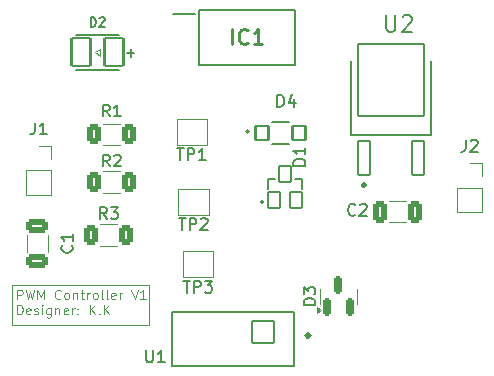
<source format=gbr>
%TF.GenerationSoftware,KiCad,Pcbnew,8.0.1*%
%TF.CreationDate,2024-11-30T19:39:18+00:00*%
%TF.ProjectId,Heating Element,48656174-696e-4672-9045-6c656d656e74,1*%
%TF.SameCoordinates,Original*%
%TF.FileFunction,Legend,Top*%
%TF.FilePolarity,Positive*%
%FSLAX46Y46*%
G04 Gerber Fmt 4.6, Leading zero omitted, Abs format (unit mm)*
G04 Created by KiCad (PCBNEW 8.0.1) date 2024-11-30 19:39:18*
%MOMM*%
%LPD*%
G01*
G04 APERTURE LIST*
G04 Aperture macros list*
%AMRoundRect*
0 Rectangle with rounded corners*
0 $1 Rounding radius*
0 $2 $3 $4 $5 $6 $7 $8 $9 X,Y pos of 4 corners*
0 Add a 4 corners polygon primitive as box body*
4,1,4,$2,$3,$4,$5,$6,$7,$8,$9,$2,$3,0*
0 Add four circle primitives for the rounded corners*
1,1,$1+$1,$2,$3*
1,1,$1+$1,$4,$5*
1,1,$1+$1,$6,$7*
1,1,$1+$1,$8,$9*
0 Add four rect primitives between the rounded corners*
20,1,$1+$1,$2,$3,$4,$5,0*
20,1,$1+$1,$4,$5,$6,$7,0*
20,1,$1+$1,$6,$7,$8,$9,0*
20,1,$1+$1,$8,$9,$2,$3,0*%
G04 Aperture macros list end*
%ADD10C,0.100000*%
%ADD11C,0.150000*%
%ADD12C,0.254000*%
%ADD13C,0.120000*%
%ADD14C,0.200000*%
%ADD15C,0.152400*%
%ADD16C,0.127000*%
%ADD17C,0.300000*%
%ADD18C,3.800000*%
%ADD19C,1.800000*%
%ADD20R,1.350000X1.350000*%
%ADD21O,1.350000X1.350000*%
%ADD22RoundRect,0.250000X0.650000X-0.325000X0.650000X0.325000X-0.650000X0.325000X-0.650000X-0.325000X0*%
%ADD23RoundRect,0.102000X-0.800000X-1.200000X0.800000X-1.200000X0.800000X1.200000X-0.800000X1.200000X0*%
%ADD24RoundRect,0.250000X-0.312500X-0.625000X0.312500X-0.625000X0.312500X0.625000X-0.312500X0.625000X0*%
%ADD25RoundRect,0.102000X0.500000X-0.700000X0.500000X0.700000X-0.500000X0.700000X-0.500000X-0.700000X0*%
%ADD26R,1.850000X0.650000*%
%ADD27RoundRect,0.102000X0.955000X0.955000X-0.955000X0.955000X-0.955000X-0.955000X0.955000X-0.955000X0*%
%ADD28C,2.114000*%
%ADD29RoundRect,0.102000X-0.485000X-1.415000X0.485000X-1.415000X0.485000X1.415000X-0.485000X1.415000X0*%
%ADD30RoundRect,0.102000X-2.815000X-3.045000X2.815000X-3.045000X2.815000X3.045000X-2.815000X3.045000X0*%
%ADD31RoundRect,0.250000X-0.325000X-0.650000X0.325000X-0.650000X0.325000X0.650000X-0.325000X0.650000X0*%
%ADD32RoundRect,0.102000X-0.555000X-0.610000X0.555000X-0.610000X0.555000X0.610000X-0.555000X0.610000X0*%
%ADD33RoundRect,0.150000X0.150000X-0.587500X0.150000X0.587500X-0.150000X0.587500X-0.150000X-0.587500X0*%
G04 APERTURE END LIST*
D10*
X97731265Y-106583940D02*
X97731265Y-105783940D01*
X97731265Y-105783940D02*
X98036027Y-105783940D01*
X98036027Y-105783940D02*
X98112217Y-105822035D01*
X98112217Y-105822035D02*
X98150312Y-105860130D01*
X98150312Y-105860130D02*
X98188408Y-105936321D01*
X98188408Y-105936321D02*
X98188408Y-106050606D01*
X98188408Y-106050606D02*
X98150312Y-106126797D01*
X98150312Y-106126797D02*
X98112217Y-106164892D01*
X98112217Y-106164892D02*
X98036027Y-106202987D01*
X98036027Y-106202987D02*
X97731265Y-106202987D01*
X98455074Y-105783940D02*
X98645550Y-106583940D01*
X98645550Y-106583940D02*
X98797931Y-106012511D01*
X98797931Y-106012511D02*
X98950312Y-106583940D01*
X98950312Y-106583940D02*
X99140789Y-105783940D01*
X99445551Y-106583940D02*
X99445551Y-105783940D01*
X99445551Y-105783940D02*
X99712217Y-106355368D01*
X99712217Y-106355368D02*
X99978884Y-105783940D01*
X99978884Y-105783940D02*
X99978884Y-106583940D01*
X101426504Y-106507749D02*
X101388408Y-106545845D01*
X101388408Y-106545845D02*
X101274123Y-106583940D01*
X101274123Y-106583940D02*
X101197932Y-106583940D01*
X101197932Y-106583940D02*
X101083646Y-106545845D01*
X101083646Y-106545845D02*
X101007456Y-106469654D01*
X101007456Y-106469654D02*
X100969361Y-106393464D01*
X100969361Y-106393464D02*
X100931265Y-106241083D01*
X100931265Y-106241083D02*
X100931265Y-106126797D01*
X100931265Y-106126797D02*
X100969361Y-105974416D01*
X100969361Y-105974416D02*
X101007456Y-105898225D01*
X101007456Y-105898225D02*
X101083646Y-105822035D01*
X101083646Y-105822035D02*
X101197932Y-105783940D01*
X101197932Y-105783940D02*
X101274123Y-105783940D01*
X101274123Y-105783940D02*
X101388408Y-105822035D01*
X101388408Y-105822035D02*
X101426504Y-105860130D01*
X101883646Y-106583940D02*
X101807456Y-106545845D01*
X101807456Y-106545845D02*
X101769361Y-106507749D01*
X101769361Y-106507749D02*
X101731265Y-106431559D01*
X101731265Y-106431559D02*
X101731265Y-106202987D01*
X101731265Y-106202987D02*
X101769361Y-106126797D01*
X101769361Y-106126797D02*
X101807456Y-106088702D01*
X101807456Y-106088702D02*
X101883646Y-106050606D01*
X101883646Y-106050606D02*
X101997932Y-106050606D01*
X101997932Y-106050606D02*
X102074123Y-106088702D01*
X102074123Y-106088702D02*
X102112218Y-106126797D01*
X102112218Y-106126797D02*
X102150313Y-106202987D01*
X102150313Y-106202987D02*
X102150313Y-106431559D01*
X102150313Y-106431559D02*
X102112218Y-106507749D01*
X102112218Y-106507749D02*
X102074123Y-106545845D01*
X102074123Y-106545845D02*
X101997932Y-106583940D01*
X101997932Y-106583940D02*
X101883646Y-106583940D01*
X102493171Y-106050606D02*
X102493171Y-106583940D01*
X102493171Y-106126797D02*
X102531266Y-106088702D01*
X102531266Y-106088702D02*
X102607456Y-106050606D01*
X102607456Y-106050606D02*
X102721742Y-106050606D01*
X102721742Y-106050606D02*
X102797933Y-106088702D01*
X102797933Y-106088702D02*
X102836028Y-106164892D01*
X102836028Y-106164892D02*
X102836028Y-106583940D01*
X103102695Y-106050606D02*
X103407457Y-106050606D01*
X103216981Y-105783940D02*
X103216981Y-106469654D01*
X103216981Y-106469654D02*
X103255076Y-106545845D01*
X103255076Y-106545845D02*
X103331266Y-106583940D01*
X103331266Y-106583940D02*
X103407457Y-106583940D01*
X103674124Y-106583940D02*
X103674124Y-106050606D01*
X103674124Y-106202987D02*
X103712219Y-106126797D01*
X103712219Y-106126797D02*
X103750314Y-106088702D01*
X103750314Y-106088702D02*
X103826505Y-106050606D01*
X103826505Y-106050606D02*
X103902695Y-106050606D01*
X104283647Y-106583940D02*
X104207457Y-106545845D01*
X104207457Y-106545845D02*
X104169362Y-106507749D01*
X104169362Y-106507749D02*
X104131266Y-106431559D01*
X104131266Y-106431559D02*
X104131266Y-106202987D01*
X104131266Y-106202987D02*
X104169362Y-106126797D01*
X104169362Y-106126797D02*
X104207457Y-106088702D01*
X104207457Y-106088702D02*
X104283647Y-106050606D01*
X104283647Y-106050606D02*
X104397933Y-106050606D01*
X104397933Y-106050606D02*
X104474124Y-106088702D01*
X104474124Y-106088702D02*
X104512219Y-106126797D01*
X104512219Y-106126797D02*
X104550314Y-106202987D01*
X104550314Y-106202987D02*
X104550314Y-106431559D01*
X104550314Y-106431559D02*
X104512219Y-106507749D01*
X104512219Y-106507749D02*
X104474124Y-106545845D01*
X104474124Y-106545845D02*
X104397933Y-106583940D01*
X104397933Y-106583940D02*
X104283647Y-106583940D01*
X105007457Y-106583940D02*
X104931267Y-106545845D01*
X104931267Y-106545845D02*
X104893172Y-106469654D01*
X104893172Y-106469654D02*
X104893172Y-105783940D01*
X105426505Y-106583940D02*
X105350315Y-106545845D01*
X105350315Y-106545845D02*
X105312220Y-106469654D01*
X105312220Y-106469654D02*
X105312220Y-105783940D01*
X106036030Y-106545845D02*
X105959839Y-106583940D01*
X105959839Y-106583940D02*
X105807458Y-106583940D01*
X105807458Y-106583940D02*
X105731268Y-106545845D01*
X105731268Y-106545845D02*
X105693172Y-106469654D01*
X105693172Y-106469654D02*
X105693172Y-106164892D01*
X105693172Y-106164892D02*
X105731268Y-106088702D01*
X105731268Y-106088702D02*
X105807458Y-106050606D01*
X105807458Y-106050606D02*
X105959839Y-106050606D01*
X105959839Y-106050606D02*
X106036030Y-106088702D01*
X106036030Y-106088702D02*
X106074125Y-106164892D01*
X106074125Y-106164892D02*
X106074125Y-106241083D01*
X106074125Y-106241083D02*
X105693172Y-106317273D01*
X106416982Y-106583940D02*
X106416982Y-106050606D01*
X106416982Y-106202987D02*
X106455077Y-106126797D01*
X106455077Y-106126797D02*
X106493172Y-106088702D01*
X106493172Y-106088702D02*
X106569363Y-106050606D01*
X106569363Y-106050606D02*
X106645553Y-106050606D01*
X107407458Y-105783940D02*
X107674125Y-106583940D01*
X107674125Y-106583940D02*
X107940791Y-105783940D01*
X108626505Y-106583940D02*
X108169362Y-106583940D01*
X108397934Y-106583940D02*
X108397934Y-105783940D01*
X108397934Y-105783940D02*
X108321743Y-105898225D01*
X108321743Y-105898225D02*
X108245553Y-105974416D01*
X108245553Y-105974416D02*
X108169362Y-106012511D01*
X97731265Y-107871895D02*
X97731265Y-107071895D01*
X97731265Y-107071895D02*
X97921741Y-107071895D01*
X97921741Y-107071895D02*
X98036027Y-107109990D01*
X98036027Y-107109990D02*
X98112217Y-107186180D01*
X98112217Y-107186180D02*
X98150312Y-107262371D01*
X98150312Y-107262371D02*
X98188408Y-107414752D01*
X98188408Y-107414752D02*
X98188408Y-107529038D01*
X98188408Y-107529038D02*
X98150312Y-107681419D01*
X98150312Y-107681419D02*
X98112217Y-107757609D01*
X98112217Y-107757609D02*
X98036027Y-107833800D01*
X98036027Y-107833800D02*
X97921741Y-107871895D01*
X97921741Y-107871895D02*
X97731265Y-107871895D01*
X98836027Y-107833800D02*
X98759836Y-107871895D01*
X98759836Y-107871895D02*
X98607455Y-107871895D01*
X98607455Y-107871895D02*
X98531265Y-107833800D01*
X98531265Y-107833800D02*
X98493169Y-107757609D01*
X98493169Y-107757609D02*
X98493169Y-107452847D01*
X98493169Y-107452847D02*
X98531265Y-107376657D01*
X98531265Y-107376657D02*
X98607455Y-107338561D01*
X98607455Y-107338561D02*
X98759836Y-107338561D01*
X98759836Y-107338561D02*
X98836027Y-107376657D01*
X98836027Y-107376657D02*
X98874122Y-107452847D01*
X98874122Y-107452847D02*
X98874122Y-107529038D01*
X98874122Y-107529038D02*
X98493169Y-107605228D01*
X99178883Y-107833800D02*
X99255074Y-107871895D01*
X99255074Y-107871895D02*
X99407455Y-107871895D01*
X99407455Y-107871895D02*
X99483645Y-107833800D01*
X99483645Y-107833800D02*
X99521741Y-107757609D01*
X99521741Y-107757609D02*
X99521741Y-107719514D01*
X99521741Y-107719514D02*
X99483645Y-107643323D01*
X99483645Y-107643323D02*
X99407455Y-107605228D01*
X99407455Y-107605228D02*
X99293169Y-107605228D01*
X99293169Y-107605228D02*
X99216979Y-107567133D01*
X99216979Y-107567133D02*
X99178883Y-107490942D01*
X99178883Y-107490942D02*
X99178883Y-107452847D01*
X99178883Y-107452847D02*
X99216979Y-107376657D01*
X99216979Y-107376657D02*
X99293169Y-107338561D01*
X99293169Y-107338561D02*
X99407455Y-107338561D01*
X99407455Y-107338561D02*
X99483645Y-107376657D01*
X99864598Y-107871895D02*
X99864598Y-107338561D01*
X99864598Y-107071895D02*
X99826502Y-107109990D01*
X99826502Y-107109990D02*
X99864598Y-107148085D01*
X99864598Y-107148085D02*
X99902693Y-107109990D01*
X99902693Y-107109990D02*
X99864598Y-107071895D01*
X99864598Y-107071895D02*
X99864598Y-107148085D01*
X100588407Y-107338561D02*
X100588407Y-107986180D01*
X100588407Y-107986180D02*
X100550312Y-108062371D01*
X100550312Y-108062371D02*
X100512216Y-108100466D01*
X100512216Y-108100466D02*
X100436026Y-108138561D01*
X100436026Y-108138561D02*
X100321740Y-108138561D01*
X100321740Y-108138561D02*
X100245550Y-108100466D01*
X100588407Y-107833800D02*
X100512216Y-107871895D01*
X100512216Y-107871895D02*
X100359835Y-107871895D01*
X100359835Y-107871895D02*
X100283645Y-107833800D01*
X100283645Y-107833800D02*
X100245550Y-107795704D01*
X100245550Y-107795704D02*
X100207454Y-107719514D01*
X100207454Y-107719514D02*
X100207454Y-107490942D01*
X100207454Y-107490942D02*
X100245550Y-107414752D01*
X100245550Y-107414752D02*
X100283645Y-107376657D01*
X100283645Y-107376657D02*
X100359835Y-107338561D01*
X100359835Y-107338561D02*
X100512216Y-107338561D01*
X100512216Y-107338561D02*
X100588407Y-107376657D01*
X100969360Y-107338561D02*
X100969360Y-107871895D01*
X100969360Y-107414752D02*
X101007455Y-107376657D01*
X101007455Y-107376657D02*
X101083645Y-107338561D01*
X101083645Y-107338561D02*
X101197931Y-107338561D01*
X101197931Y-107338561D02*
X101274122Y-107376657D01*
X101274122Y-107376657D02*
X101312217Y-107452847D01*
X101312217Y-107452847D02*
X101312217Y-107871895D01*
X101997932Y-107833800D02*
X101921741Y-107871895D01*
X101921741Y-107871895D02*
X101769360Y-107871895D01*
X101769360Y-107871895D02*
X101693170Y-107833800D01*
X101693170Y-107833800D02*
X101655074Y-107757609D01*
X101655074Y-107757609D02*
X101655074Y-107452847D01*
X101655074Y-107452847D02*
X101693170Y-107376657D01*
X101693170Y-107376657D02*
X101769360Y-107338561D01*
X101769360Y-107338561D02*
X101921741Y-107338561D01*
X101921741Y-107338561D02*
X101997932Y-107376657D01*
X101997932Y-107376657D02*
X102036027Y-107452847D01*
X102036027Y-107452847D02*
X102036027Y-107529038D01*
X102036027Y-107529038D02*
X101655074Y-107605228D01*
X102378884Y-107871895D02*
X102378884Y-107338561D01*
X102378884Y-107490942D02*
X102416979Y-107414752D01*
X102416979Y-107414752D02*
X102455074Y-107376657D01*
X102455074Y-107376657D02*
X102531265Y-107338561D01*
X102531265Y-107338561D02*
X102607455Y-107338561D01*
X102874122Y-107795704D02*
X102912217Y-107833800D01*
X102912217Y-107833800D02*
X102874122Y-107871895D01*
X102874122Y-107871895D02*
X102836026Y-107833800D01*
X102836026Y-107833800D02*
X102874122Y-107795704D01*
X102874122Y-107795704D02*
X102874122Y-107871895D01*
X102874122Y-107376657D02*
X102912217Y-107414752D01*
X102912217Y-107414752D02*
X102874122Y-107452847D01*
X102874122Y-107452847D02*
X102836026Y-107414752D01*
X102836026Y-107414752D02*
X102874122Y-107376657D01*
X102874122Y-107376657D02*
X102874122Y-107452847D01*
X103864598Y-107871895D02*
X103864598Y-107071895D01*
X104321741Y-107871895D02*
X103978883Y-107414752D01*
X104321741Y-107071895D02*
X103864598Y-107529038D01*
X104664598Y-107795704D02*
X104702693Y-107833800D01*
X104702693Y-107833800D02*
X104664598Y-107871895D01*
X104664598Y-107871895D02*
X104626502Y-107833800D01*
X104626502Y-107833800D02*
X104664598Y-107795704D01*
X104664598Y-107795704D02*
X104664598Y-107871895D01*
X105045550Y-107871895D02*
X105045550Y-107071895D01*
X105502693Y-107871895D02*
X105159835Y-107414752D01*
X105502693Y-107071895D02*
X105045550Y-107529038D01*
X108875000Y-105350000D02*
X97325000Y-105350000D01*
X97325000Y-108725000D01*
X108875000Y-108725000D01*
X108875000Y-105350000D01*
D11*
X111268095Y-93804819D02*
X111839523Y-93804819D01*
X111553809Y-94804819D02*
X111553809Y-93804819D01*
X112172857Y-94804819D02*
X112172857Y-93804819D01*
X112172857Y-93804819D02*
X112553809Y-93804819D01*
X112553809Y-93804819D02*
X112649047Y-93852438D01*
X112649047Y-93852438D02*
X112696666Y-93900057D01*
X112696666Y-93900057D02*
X112744285Y-93995295D01*
X112744285Y-93995295D02*
X112744285Y-94138152D01*
X112744285Y-94138152D02*
X112696666Y-94233390D01*
X112696666Y-94233390D02*
X112649047Y-94281009D01*
X112649047Y-94281009D02*
X112553809Y-94328628D01*
X112553809Y-94328628D02*
X112172857Y-94328628D01*
X113696666Y-94804819D02*
X113125238Y-94804819D01*
X113410952Y-94804819D02*
X113410952Y-93804819D01*
X113410952Y-93804819D02*
X113315714Y-93947676D01*
X113315714Y-93947676D02*
X113220476Y-94042914D01*
X113220476Y-94042914D02*
X113125238Y-94090533D01*
X99226666Y-91634819D02*
X99226666Y-92349104D01*
X99226666Y-92349104D02*
X99179047Y-92491961D01*
X99179047Y-92491961D02*
X99083809Y-92587200D01*
X99083809Y-92587200D02*
X98940952Y-92634819D01*
X98940952Y-92634819D02*
X98845714Y-92634819D01*
X100226666Y-92634819D02*
X99655238Y-92634819D01*
X99940952Y-92634819D02*
X99940952Y-91634819D01*
X99940952Y-91634819D02*
X99845714Y-91777676D01*
X99845714Y-91777676D02*
X99750476Y-91872914D01*
X99750476Y-91872914D02*
X99655238Y-91920533D01*
X102349580Y-102016666D02*
X102397200Y-102064285D01*
X102397200Y-102064285D02*
X102444819Y-102207142D01*
X102444819Y-102207142D02*
X102444819Y-102302380D01*
X102444819Y-102302380D02*
X102397200Y-102445237D01*
X102397200Y-102445237D02*
X102301961Y-102540475D01*
X102301961Y-102540475D02*
X102206723Y-102588094D01*
X102206723Y-102588094D02*
X102016247Y-102635713D01*
X102016247Y-102635713D02*
X101873390Y-102635713D01*
X101873390Y-102635713D02*
X101682914Y-102588094D01*
X101682914Y-102588094D02*
X101587676Y-102540475D01*
X101587676Y-102540475D02*
X101492438Y-102445237D01*
X101492438Y-102445237D02*
X101444819Y-102302380D01*
X101444819Y-102302380D02*
X101444819Y-102207142D01*
X101444819Y-102207142D02*
X101492438Y-102064285D01*
X101492438Y-102064285D02*
X101540057Y-102016666D01*
X102444819Y-101064285D02*
X102444819Y-101635713D01*
X102444819Y-101349999D02*
X101444819Y-101349999D01*
X101444819Y-101349999D02*
X101587676Y-101445237D01*
X101587676Y-101445237D02*
X101682914Y-101540475D01*
X101682914Y-101540475D02*
X101730533Y-101635713D01*
X111788095Y-105024819D02*
X112359523Y-105024819D01*
X112073809Y-106024819D02*
X112073809Y-105024819D01*
X112692857Y-106024819D02*
X112692857Y-105024819D01*
X112692857Y-105024819D02*
X113073809Y-105024819D01*
X113073809Y-105024819D02*
X113169047Y-105072438D01*
X113169047Y-105072438D02*
X113216666Y-105120057D01*
X113216666Y-105120057D02*
X113264285Y-105215295D01*
X113264285Y-105215295D02*
X113264285Y-105358152D01*
X113264285Y-105358152D02*
X113216666Y-105453390D01*
X113216666Y-105453390D02*
X113169047Y-105501009D01*
X113169047Y-105501009D02*
X113073809Y-105548628D01*
X113073809Y-105548628D02*
X112692857Y-105548628D01*
X113597619Y-105024819D02*
X114216666Y-105024819D01*
X114216666Y-105024819D02*
X113883333Y-105405771D01*
X113883333Y-105405771D02*
X114026190Y-105405771D01*
X114026190Y-105405771D02*
X114121428Y-105453390D01*
X114121428Y-105453390D02*
X114169047Y-105501009D01*
X114169047Y-105501009D02*
X114216666Y-105596247D01*
X114216666Y-105596247D02*
X114216666Y-105834342D01*
X114216666Y-105834342D02*
X114169047Y-105929580D01*
X114169047Y-105929580D02*
X114121428Y-105977200D01*
X114121428Y-105977200D02*
X114026190Y-106024819D01*
X114026190Y-106024819D02*
X113740476Y-106024819D01*
X113740476Y-106024819D02*
X113645238Y-105977200D01*
X113645238Y-105977200D02*
X113597619Y-105929580D01*
X103939524Y-83524295D02*
X103939524Y-82724295D01*
X103939524Y-82724295D02*
X104130000Y-82724295D01*
X104130000Y-82724295D02*
X104244286Y-82762390D01*
X104244286Y-82762390D02*
X104320476Y-82838580D01*
X104320476Y-82838580D02*
X104358571Y-82914771D01*
X104358571Y-82914771D02*
X104396667Y-83067152D01*
X104396667Y-83067152D02*
X104396667Y-83181438D01*
X104396667Y-83181438D02*
X104358571Y-83333819D01*
X104358571Y-83333819D02*
X104320476Y-83410009D01*
X104320476Y-83410009D02*
X104244286Y-83486200D01*
X104244286Y-83486200D02*
X104130000Y-83524295D01*
X104130000Y-83524295D02*
X103939524Y-83524295D01*
X104701428Y-82800485D02*
X104739524Y-82762390D01*
X104739524Y-82762390D02*
X104815714Y-82724295D01*
X104815714Y-82724295D02*
X105006190Y-82724295D01*
X105006190Y-82724295D02*
X105082381Y-82762390D01*
X105082381Y-82762390D02*
X105120476Y-82800485D01*
X105120476Y-82800485D02*
X105158571Y-82876676D01*
X105158571Y-82876676D02*
X105158571Y-82952866D01*
X105158571Y-82952866D02*
X105120476Y-83067152D01*
X105120476Y-83067152D02*
X104663333Y-83524295D01*
X104663333Y-83524295D02*
X105158571Y-83524295D01*
X107025238Y-85727533D02*
X107634762Y-85727533D01*
X107330000Y-86032295D02*
X107330000Y-85422771D01*
X105305833Y-99784819D02*
X104972500Y-99308628D01*
X104734405Y-99784819D02*
X104734405Y-98784819D01*
X104734405Y-98784819D02*
X105115357Y-98784819D01*
X105115357Y-98784819D02*
X105210595Y-98832438D01*
X105210595Y-98832438D02*
X105258214Y-98880057D01*
X105258214Y-98880057D02*
X105305833Y-98975295D01*
X105305833Y-98975295D02*
X105305833Y-99118152D01*
X105305833Y-99118152D02*
X105258214Y-99213390D01*
X105258214Y-99213390D02*
X105210595Y-99261009D01*
X105210595Y-99261009D02*
X105115357Y-99308628D01*
X105115357Y-99308628D02*
X104734405Y-99308628D01*
X105639167Y-98784819D02*
X106258214Y-98784819D01*
X106258214Y-98784819D02*
X105924881Y-99165771D01*
X105924881Y-99165771D02*
X106067738Y-99165771D01*
X106067738Y-99165771D02*
X106162976Y-99213390D01*
X106162976Y-99213390D02*
X106210595Y-99261009D01*
X106210595Y-99261009D02*
X106258214Y-99356247D01*
X106258214Y-99356247D02*
X106258214Y-99594342D01*
X106258214Y-99594342D02*
X106210595Y-99689580D01*
X106210595Y-99689580D02*
X106162976Y-99737200D01*
X106162976Y-99737200D02*
X106067738Y-99784819D01*
X106067738Y-99784819D02*
X105782024Y-99784819D01*
X105782024Y-99784819D02*
X105686786Y-99737200D01*
X105686786Y-99737200D02*
X105639167Y-99689580D01*
X122123184Y-95274445D02*
X121121822Y-95274445D01*
X121121822Y-95274445D02*
X121121822Y-95036025D01*
X121121822Y-95036025D02*
X121169506Y-94892974D01*
X121169506Y-94892974D02*
X121264874Y-94797606D01*
X121264874Y-94797606D02*
X121360242Y-94749922D01*
X121360242Y-94749922D02*
X121550978Y-94702238D01*
X121550978Y-94702238D02*
X121694029Y-94702238D01*
X121694029Y-94702238D02*
X121884765Y-94749922D01*
X121884765Y-94749922D02*
X121980133Y-94797606D01*
X121980133Y-94797606D02*
X122075501Y-94892974D01*
X122075501Y-94892974D02*
X122123184Y-95036025D01*
X122123184Y-95036025D02*
X122123184Y-95274445D01*
X122123184Y-93748560D02*
X122123184Y-94320767D01*
X122123184Y-94034663D02*
X121121822Y-94034663D01*
X121121822Y-94034663D02*
X121264874Y-94130031D01*
X121264874Y-94130031D02*
X121360242Y-94225399D01*
X121360242Y-94225399D02*
X121407926Y-94320767D01*
D12*
X115930237Y-84974318D02*
X115930237Y-83704318D01*
X117260714Y-84853365D02*
X117200238Y-84913842D01*
X117200238Y-84913842D02*
X117018809Y-84974318D01*
X117018809Y-84974318D02*
X116897857Y-84974318D01*
X116897857Y-84974318D02*
X116716428Y-84913842D01*
X116716428Y-84913842D02*
X116595476Y-84792889D01*
X116595476Y-84792889D02*
X116534999Y-84671937D01*
X116534999Y-84671937D02*
X116474523Y-84430032D01*
X116474523Y-84430032D02*
X116474523Y-84248603D01*
X116474523Y-84248603D02*
X116534999Y-84006699D01*
X116534999Y-84006699D02*
X116595476Y-83885746D01*
X116595476Y-83885746D02*
X116716428Y-83764794D01*
X116716428Y-83764794D02*
X116897857Y-83704318D01*
X116897857Y-83704318D02*
X117018809Y-83704318D01*
X117018809Y-83704318D02*
X117200238Y-83764794D01*
X117200238Y-83764794D02*
X117260714Y-83825270D01*
X118470238Y-84974318D02*
X117744523Y-84974318D01*
X118107380Y-84974318D02*
X118107380Y-83704318D01*
X118107380Y-83704318D02*
X117986428Y-83885746D01*
X117986428Y-83885746D02*
X117865476Y-84006699D01*
X117865476Y-84006699D02*
X117744523Y-84067175D01*
D11*
X105553333Y-91104819D02*
X105220000Y-90628628D01*
X104981905Y-91104819D02*
X104981905Y-90104819D01*
X104981905Y-90104819D02*
X105362857Y-90104819D01*
X105362857Y-90104819D02*
X105458095Y-90152438D01*
X105458095Y-90152438D02*
X105505714Y-90200057D01*
X105505714Y-90200057D02*
X105553333Y-90295295D01*
X105553333Y-90295295D02*
X105553333Y-90438152D01*
X105553333Y-90438152D02*
X105505714Y-90533390D01*
X105505714Y-90533390D02*
X105458095Y-90581009D01*
X105458095Y-90581009D02*
X105362857Y-90628628D01*
X105362857Y-90628628D02*
X104981905Y-90628628D01*
X106505714Y-91104819D02*
X105934286Y-91104819D01*
X106220000Y-91104819D02*
X106220000Y-90104819D01*
X106220000Y-90104819D02*
X106124762Y-90247676D01*
X106124762Y-90247676D02*
X106029524Y-90342914D01*
X106029524Y-90342914D02*
X105934286Y-90390533D01*
X111418095Y-99714819D02*
X111989523Y-99714819D01*
X111703809Y-100714819D02*
X111703809Y-99714819D01*
X112322857Y-100714819D02*
X112322857Y-99714819D01*
X112322857Y-99714819D02*
X112703809Y-99714819D01*
X112703809Y-99714819D02*
X112799047Y-99762438D01*
X112799047Y-99762438D02*
X112846666Y-99810057D01*
X112846666Y-99810057D02*
X112894285Y-99905295D01*
X112894285Y-99905295D02*
X112894285Y-100048152D01*
X112894285Y-100048152D02*
X112846666Y-100143390D01*
X112846666Y-100143390D02*
X112799047Y-100191009D01*
X112799047Y-100191009D02*
X112703809Y-100238628D01*
X112703809Y-100238628D02*
X112322857Y-100238628D01*
X113275238Y-99810057D02*
X113322857Y-99762438D01*
X113322857Y-99762438D02*
X113418095Y-99714819D01*
X113418095Y-99714819D02*
X113656190Y-99714819D01*
X113656190Y-99714819D02*
X113751428Y-99762438D01*
X113751428Y-99762438D02*
X113799047Y-99810057D01*
X113799047Y-99810057D02*
X113846666Y-99905295D01*
X113846666Y-99905295D02*
X113846666Y-100000533D01*
X113846666Y-100000533D02*
X113799047Y-100143390D01*
X113799047Y-100143390D02*
X113227619Y-100714819D01*
X113227619Y-100714819D02*
X113846666Y-100714819D01*
X108638095Y-110904819D02*
X108638095Y-111714342D01*
X108638095Y-111714342D02*
X108685714Y-111809580D01*
X108685714Y-111809580D02*
X108733333Y-111857200D01*
X108733333Y-111857200D02*
X108828571Y-111904819D01*
X108828571Y-111904819D02*
X109019047Y-111904819D01*
X109019047Y-111904819D02*
X109114285Y-111857200D01*
X109114285Y-111857200D02*
X109161904Y-111809580D01*
X109161904Y-111809580D02*
X109209523Y-111714342D01*
X109209523Y-111714342D02*
X109209523Y-110904819D01*
X110209523Y-111904819D02*
X109638095Y-111904819D01*
X109923809Y-111904819D02*
X109923809Y-110904819D01*
X109923809Y-110904819D02*
X109828571Y-111047676D01*
X109828571Y-111047676D02*
X109733333Y-111142914D01*
X109733333Y-111142914D02*
X109638095Y-111190533D01*
X128955933Y-82526466D02*
X128955933Y-83659800D01*
X128955933Y-83659800D02*
X129022600Y-83793133D01*
X129022600Y-83793133D02*
X129089266Y-83859800D01*
X129089266Y-83859800D02*
X129222600Y-83926466D01*
X129222600Y-83926466D02*
X129489266Y-83926466D01*
X129489266Y-83926466D02*
X129622600Y-83859800D01*
X129622600Y-83859800D02*
X129689266Y-83793133D01*
X129689266Y-83793133D02*
X129755933Y-83659800D01*
X129755933Y-83659800D02*
X129755933Y-82526466D01*
X130355933Y-82659800D02*
X130422600Y-82593133D01*
X130422600Y-82593133D02*
X130555933Y-82526466D01*
X130555933Y-82526466D02*
X130889267Y-82526466D01*
X130889267Y-82526466D02*
X131022600Y-82593133D01*
X131022600Y-82593133D02*
X131089267Y-82659800D01*
X131089267Y-82659800D02*
X131155933Y-82793133D01*
X131155933Y-82793133D02*
X131155933Y-82926466D01*
X131155933Y-82926466D02*
X131089267Y-83126466D01*
X131089267Y-83126466D02*
X130289267Y-83926466D01*
X130289267Y-83926466D02*
X131155933Y-83926466D01*
X126376133Y-99419580D02*
X126328514Y-99467200D01*
X126328514Y-99467200D02*
X126185657Y-99514819D01*
X126185657Y-99514819D02*
X126090419Y-99514819D01*
X126090419Y-99514819D02*
X125947562Y-99467200D01*
X125947562Y-99467200D02*
X125852324Y-99371961D01*
X125852324Y-99371961D02*
X125804705Y-99276723D01*
X125804705Y-99276723D02*
X125757086Y-99086247D01*
X125757086Y-99086247D02*
X125757086Y-98943390D01*
X125757086Y-98943390D02*
X125804705Y-98752914D01*
X125804705Y-98752914D02*
X125852324Y-98657676D01*
X125852324Y-98657676D02*
X125947562Y-98562438D01*
X125947562Y-98562438D02*
X126090419Y-98514819D01*
X126090419Y-98514819D02*
X126185657Y-98514819D01*
X126185657Y-98514819D02*
X126328514Y-98562438D01*
X126328514Y-98562438D02*
X126376133Y-98610057D01*
X126757086Y-98610057D02*
X126804705Y-98562438D01*
X126804705Y-98562438D02*
X126899943Y-98514819D01*
X126899943Y-98514819D02*
X127138038Y-98514819D01*
X127138038Y-98514819D02*
X127233276Y-98562438D01*
X127233276Y-98562438D02*
X127280895Y-98610057D01*
X127280895Y-98610057D02*
X127328514Y-98705295D01*
X127328514Y-98705295D02*
X127328514Y-98800533D01*
X127328514Y-98800533D02*
X127280895Y-98943390D01*
X127280895Y-98943390D02*
X126709467Y-99514819D01*
X126709467Y-99514819D02*
X127328514Y-99514819D01*
X105563333Y-95344819D02*
X105230000Y-94868628D01*
X104991905Y-95344819D02*
X104991905Y-94344819D01*
X104991905Y-94344819D02*
X105372857Y-94344819D01*
X105372857Y-94344819D02*
X105468095Y-94392438D01*
X105468095Y-94392438D02*
X105515714Y-94440057D01*
X105515714Y-94440057D02*
X105563333Y-94535295D01*
X105563333Y-94535295D02*
X105563333Y-94678152D01*
X105563333Y-94678152D02*
X105515714Y-94773390D01*
X105515714Y-94773390D02*
X105468095Y-94821009D01*
X105468095Y-94821009D02*
X105372857Y-94868628D01*
X105372857Y-94868628D02*
X104991905Y-94868628D01*
X105944286Y-94440057D02*
X105991905Y-94392438D01*
X105991905Y-94392438D02*
X106087143Y-94344819D01*
X106087143Y-94344819D02*
X106325238Y-94344819D01*
X106325238Y-94344819D02*
X106420476Y-94392438D01*
X106420476Y-94392438D02*
X106468095Y-94440057D01*
X106468095Y-94440057D02*
X106515714Y-94535295D01*
X106515714Y-94535295D02*
X106515714Y-94630533D01*
X106515714Y-94630533D02*
X106468095Y-94773390D01*
X106468095Y-94773390D02*
X105896667Y-95344819D01*
X105896667Y-95344819D02*
X106515714Y-95344819D01*
X119771305Y-90276619D02*
X119771305Y-89276619D01*
X119771305Y-89276619D02*
X120009400Y-89276619D01*
X120009400Y-89276619D02*
X120152257Y-89324238D01*
X120152257Y-89324238D02*
X120247495Y-89419476D01*
X120247495Y-89419476D02*
X120295114Y-89514714D01*
X120295114Y-89514714D02*
X120342733Y-89705190D01*
X120342733Y-89705190D02*
X120342733Y-89848047D01*
X120342733Y-89848047D02*
X120295114Y-90038523D01*
X120295114Y-90038523D02*
X120247495Y-90133761D01*
X120247495Y-90133761D02*
X120152257Y-90229000D01*
X120152257Y-90229000D02*
X120009400Y-90276619D01*
X120009400Y-90276619D02*
X119771305Y-90276619D01*
X121199876Y-89609952D02*
X121199876Y-90276619D01*
X120961781Y-89229000D02*
X120723686Y-89943285D01*
X120723686Y-89943285D02*
X121342733Y-89943285D01*
X122979819Y-107075594D02*
X121979819Y-107075594D01*
X121979819Y-107075594D02*
X121979819Y-106837499D01*
X121979819Y-106837499D02*
X122027438Y-106694642D01*
X122027438Y-106694642D02*
X122122676Y-106599404D01*
X122122676Y-106599404D02*
X122217914Y-106551785D01*
X122217914Y-106551785D02*
X122408390Y-106504166D01*
X122408390Y-106504166D02*
X122551247Y-106504166D01*
X122551247Y-106504166D02*
X122741723Y-106551785D01*
X122741723Y-106551785D02*
X122836961Y-106599404D01*
X122836961Y-106599404D02*
X122932200Y-106694642D01*
X122932200Y-106694642D02*
X122979819Y-106837499D01*
X122979819Y-106837499D02*
X122979819Y-107075594D01*
X121979819Y-106170832D02*
X121979819Y-105551785D01*
X121979819Y-105551785D02*
X122360771Y-105885118D01*
X122360771Y-105885118D02*
X122360771Y-105742261D01*
X122360771Y-105742261D02*
X122408390Y-105647023D01*
X122408390Y-105647023D02*
X122456009Y-105599404D01*
X122456009Y-105599404D02*
X122551247Y-105551785D01*
X122551247Y-105551785D02*
X122789342Y-105551785D01*
X122789342Y-105551785D02*
X122884580Y-105599404D01*
X122884580Y-105599404D02*
X122932200Y-105647023D01*
X122932200Y-105647023D02*
X122979819Y-105742261D01*
X122979819Y-105742261D02*
X122979819Y-106027975D01*
X122979819Y-106027975D02*
X122932200Y-106123213D01*
X122932200Y-106123213D02*
X122884580Y-106170832D01*
X135709066Y-93084419D02*
X135709066Y-93798704D01*
X135709066Y-93798704D02*
X135661447Y-93941561D01*
X135661447Y-93941561D02*
X135566209Y-94036800D01*
X135566209Y-94036800D02*
X135423352Y-94084419D01*
X135423352Y-94084419D02*
X135328114Y-94084419D01*
X136137638Y-93179657D02*
X136185257Y-93132038D01*
X136185257Y-93132038D02*
X136280495Y-93084419D01*
X136280495Y-93084419D02*
X136518590Y-93084419D01*
X136518590Y-93084419D02*
X136613828Y-93132038D01*
X136613828Y-93132038D02*
X136661447Y-93179657D01*
X136661447Y-93179657D02*
X136709066Y-93274895D01*
X136709066Y-93274895D02*
X136709066Y-93370133D01*
X136709066Y-93370133D02*
X136661447Y-93512990D01*
X136661447Y-93512990D02*
X136090019Y-94084419D01*
X136090019Y-94084419D02*
X136709066Y-94084419D01*
D13*
%TO.C,TP1*%
X111230000Y-91300000D02*
X111230000Y-93000000D01*
X111230000Y-93000000D02*
X111230000Y-93500000D01*
X111230000Y-93500000D02*
X113830000Y-93500000D01*
X113830000Y-91300000D02*
X111230000Y-91300000D01*
X113830000Y-93500000D02*
X113830000Y-91300000D01*
%TO.C,J1*%
X98500000Y-95680000D02*
X98500000Y-97740000D01*
X98500000Y-95680000D02*
X100620000Y-95680000D01*
X98500000Y-97740000D02*
X100620000Y-97740000D01*
X99560000Y-93620000D02*
X100620000Y-93620000D01*
X100620000Y-93620000D02*
X100620000Y-94680000D01*
X100620000Y-95680000D02*
X100620000Y-97740000D01*
%TO.C,C1*%
X98540000Y-102561252D02*
X98540000Y-101138748D01*
X100360000Y-102561252D02*
X100360000Y-101138748D01*
%TO.C,TP3*%
X111750000Y-102520000D02*
X111750000Y-104220000D01*
X111750000Y-104220000D02*
X111750000Y-104720000D01*
X111750000Y-104720000D02*
X114350000Y-104720000D01*
X114350000Y-102520000D02*
X111750000Y-102520000D01*
X114350000Y-104720000D02*
X114350000Y-102520000D01*
D14*
%TO.C,D2*%
X102680000Y-84170000D02*
X106380000Y-84170000D01*
D10*
X104330000Y-85670000D02*
X104730000Y-85420000D01*
X104730000Y-85420000D02*
X104730000Y-85970000D01*
X104730000Y-85970000D02*
X104330000Y-85670000D01*
D14*
X106380000Y-87170000D02*
X102680000Y-87170000D01*
D13*
%TO.C,R3*%
X104745436Y-100240000D02*
X106199564Y-100240000D01*
X104745436Y-102060000D02*
X106199564Y-102060000D01*
D15*
%TO.C,D1*%
X118973600Y-96418400D02*
X119532400Y-96418400D01*
X118973600Y-97231200D02*
X118973600Y-96418400D01*
X121259600Y-96418400D02*
X121818400Y-96418400D01*
X121818400Y-96418400D02*
X121818400Y-97231200D01*
D16*
X118618000Y-98348800D02*
G75*
G02*
X118364000Y-98348800I-127000J0D01*
G01*
X118364000Y-98348800D02*
G75*
G02*
X118618000Y-98348800I127000J0D01*
G01*
D14*
%TO.C,IC1*%
X110920000Y-82455000D02*
X112770000Y-82455000D01*
X113120000Y-82060000D02*
X121220000Y-82060000D01*
X113120000Y-86740000D02*
X113120000Y-82060000D01*
X121220000Y-82060000D02*
X121220000Y-86740000D01*
X121220000Y-86740000D02*
X113120000Y-86740000D01*
D13*
%TO.C,R1*%
X105002936Y-91720000D02*
X106457064Y-91720000D01*
X105002936Y-93540000D02*
X106457064Y-93540000D01*
%TO.C,TP2*%
X111380000Y-97210000D02*
X111380000Y-98910000D01*
X111380000Y-98910000D02*
X111380000Y-99410000D01*
X111380000Y-99410000D02*
X113980000Y-99410000D01*
X113980000Y-97210000D02*
X111380000Y-97210000D01*
X113980000Y-99410000D02*
X113980000Y-97210000D01*
D16*
%TO.C,U1*%
X110800000Y-107660000D02*
X121200000Y-107660000D01*
X110800000Y-112260000D02*
X110800000Y-107660000D01*
X121200000Y-107660000D02*
X121200000Y-112260000D01*
X121200000Y-112260000D02*
X110800000Y-112260000D01*
D17*
X122500000Y-109660000D02*
G75*
G02*
X122200000Y-109660000I-150000J0D01*
G01*
X122200000Y-109660000D02*
G75*
G02*
X122500000Y-109660000I150000J0D01*
G01*
D16*
%TO.C,U2*%
X126017600Y-92653600D02*
X126017600Y-86432600D01*
X132757600Y-86432600D02*
X132757600Y-92653600D01*
X132757600Y-92653600D02*
X126017600Y-92653600D01*
D17*
X127187600Y-96925600D02*
G75*
G02*
X126987600Y-96925600I-100000J0D01*
G01*
X126987600Y-96925600D02*
G75*
G02*
X127187600Y-96925600I100000J0D01*
G01*
D13*
%TO.C,C2*%
X129235148Y-98251600D02*
X130657652Y-98251600D01*
X129235148Y-100071600D02*
X130657652Y-100071600D01*
%TO.C,R2*%
X105002936Y-95750000D02*
X106457064Y-95750000D01*
X105002936Y-97570000D02*
X106457064Y-97570000D01*
D16*
%TO.C,D4*%
X119264400Y-91606800D02*
X120764400Y-91606800D01*
X119264400Y-93406800D02*
X120764400Y-93406800D01*
D14*
X117319400Y-92379800D02*
G75*
G02*
X117119400Y-92379800I-100000J0D01*
G01*
X117119400Y-92379800D02*
G75*
G02*
X117319400Y-92379800I100000J0D01*
G01*
D13*
%TO.C,D3*%
X123365000Y-106337500D02*
X123365000Y-105687500D01*
X123365000Y-106337500D02*
X123365000Y-106987500D01*
X126485000Y-106337500D02*
X126485000Y-105687500D01*
X126485000Y-106337500D02*
X126485000Y-106987500D01*
X123415000Y-107500000D02*
X123085000Y-107740000D01*
X123085000Y-107260000D01*
X123415000Y-107500000D01*
G36*
X123415000Y-107500000D02*
G01*
X123085000Y-107740000D01*
X123085000Y-107260000D01*
X123415000Y-107500000D01*
G37*
%TO.C,J2*%
X134982400Y-97129600D02*
X134982400Y-99189600D01*
X134982400Y-97129600D02*
X137102400Y-97129600D01*
X134982400Y-99189600D02*
X137102400Y-99189600D01*
X136042400Y-95069600D02*
X137102400Y-95069600D01*
X137102400Y-95069600D02*
X137102400Y-96129600D01*
X137102400Y-97129600D02*
X137102400Y-99189600D01*
%TD*%
%LPC*%
D18*
%TO.C,H4*%
X136175000Y-111150000D03*
%TD*%
%TO.C,H3*%
X99009200Y-111150000D03*
%TD*%
%TO.C,H2*%
X136175000Y-80517200D03*
%TD*%
%TO.C,H1*%
X99009200Y-80517200D03*
%TD*%
D19*
%TO.C,TP1*%
X112530000Y-92400000D03*
%TD*%
D20*
%TO.C,J1*%
X99560000Y-94680000D03*
D21*
X99560000Y-96680000D03*
%TD*%
D22*
%TO.C,C1*%
X99450000Y-103325000D03*
X99450000Y-100375000D03*
%TD*%
D19*
%TO.C,TP3*%
X113050000Y-103620000D03*
%TD*%
D23*
%TO.C,D2*%
X103105000Y-85670000D03*
X105955000Y-85670000D03*
%TD*%
D24*
%TO.C,R3*%
X104010000Y-101150000D03*
X106935000Y-101150000D03*
%TD*%
D25*
%TO.C,D1*%
X119446000Y-98178800D03*
X121346000Y-98178800D03*
X120396000Y-95978800D03*
%TD*%
D26*
%TO.C,IC1*%
X111845000Y-83130000D03*
X111845000Y-84400000D03*
X111845000Y-85670000D03*
X122495000Y-85670000D03*
X122495000Y-84400000D03*
X122495000Y-83130000D03*
%TD*%
D24*
%TO.C,R1*%
X104267500Y-92630000D03*
X107192500Y-92630000D03*
%TD*%
D19*
%TO.C,TP2*%
X112680000Y-98310000D03*
%TD*%
D27*
%TO.C,U1*%
X118540000Y-109400000D03*
D28*
X116000000Y-109400000D03*
X113460000Y-109400000D03*
%TD*%
D29*
%TO.C,U2*%
X127097600Y-94665600D03*
D30*
X129387600Y-88015600D03*
D29*
X131677600Y-94665600D03*
%TD*%
D31*
%TO.C,C2*%
X128471400Y-99161600D03*
X131421400Y-99161600D03*
%TD*%
D24*
%TO.C,R2*%
X104267500Y-96660000D03*
X107192500Y-96660000D03*
%TD*%
D32*
%TO.C,D4*%
X118464400Y-92506800D03*
X121564400Y-92506800D03*
%TD*%
D33*
%TO.C,D3*%
X123975000Y-107275000D03*
X125875000Y-107275000D03*
X124925000Y-105400000D03*
%TD*%
D20*
%TO.C,J2*%
X136042400Y-96129600D03*
D21*
X136042400Y-98129600D03*
%TD*%
%LPD*%
M02*

</source>
